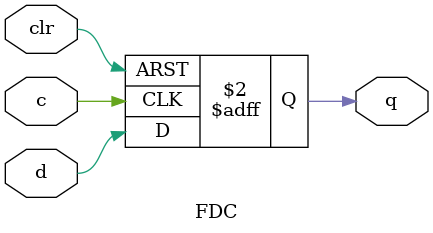
<source format=v>
/*
Code from Hw1Ex7
*/

module FDC (d, c, clr, q);

input d, c, clr;
output q;
reg q;
always @(posedge c, posedge clr) begin
    if (clr) q<= 1'b0;
    else q<=d;
end
endmodule

</source>
